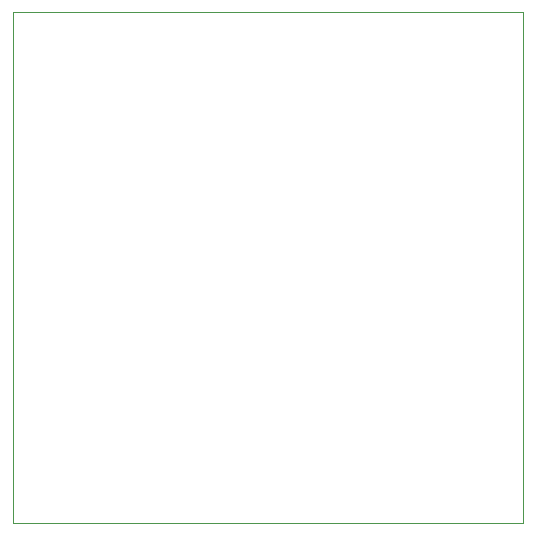
<source format=gbr>
%TF.GenerationSoftware,KiCad,Pcbnew,(6.0.0-0)*%
%TF.CreationDate,2022-01-18T20:37:01-05:00*%
%TF.ProjectId,Modules,4d6f6475-6c65-4732-9e6b-696361645f70,rev?*%
%TF.SameCoordinates,Original*%
%TF.FileFunction,Profile,NP*%
%FSLAX46Y46*%
G04 Gerber Fmt 4.6, Leading zero omitted, Abs format (unit mm)*
G04 Created by KiCad (PCBNEW (6.0.0-0)) date 2022-01-18 20:37:01*
%MOMM*%
%LPD*%
G01*
G04 APERTURE LIST*
%TA.AperFunction,Profile*%
%ADD10C,0.050000*%
%TD*%
G04 APERTURE END LIST*
D10*
X117575000Y-71150000D02*
X160725000Y-71150000D01*
X160725000Y-71150000D02*
X160725000Y-114375000D01*
X160725000Y-114375000D02*
X117575000Y-114375000D01*
X117575000Y-114375000D02*
X117575000Y-71150000D01*
M02*

</source>
